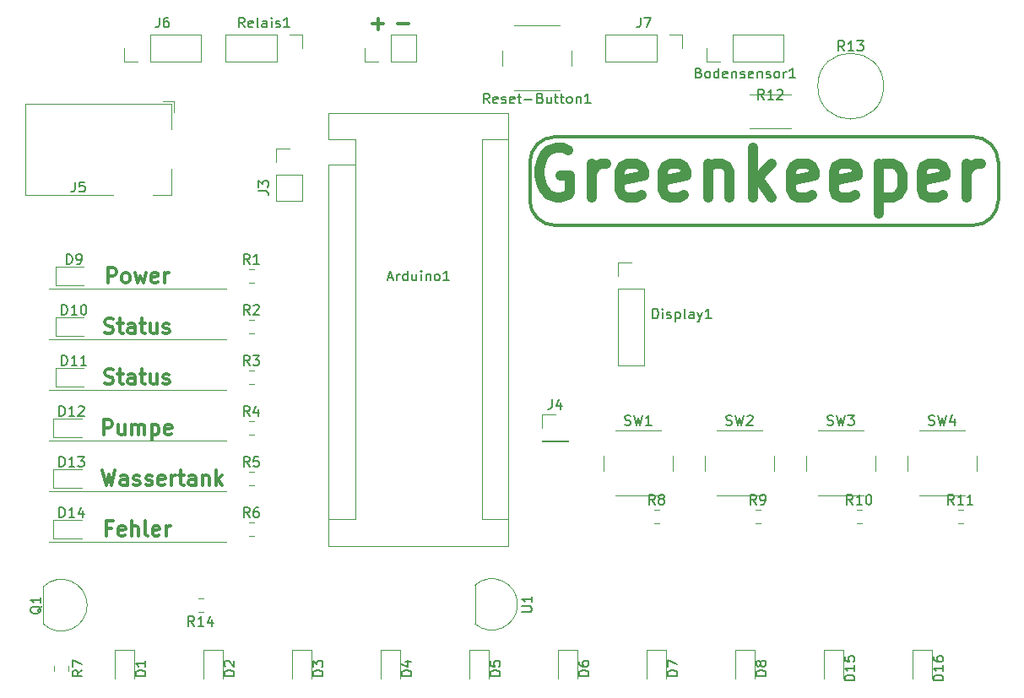
<source format=gbr>
G04 #@! TF.GenerationSoftware,KiCad,Pcbnew,(5.1.5)-3*
G04 #@! TF.CreationDate,2020-01-31T15:08:37+01:00*
G04 #@! TF.ProjectId,Greenkeeper,47726565-6e6b-4656-9570-65722e6b6963,1.0*
G04 #@! TF.SameCoordinates,Original*
G04 #@! TF.FileFunction,Legend,Top*
G04 #@! TF.FilePolarity,Positive*
%FSLAX46Y46*%
G04 Gerber Fmt 4.6, Leading zero omitted, Abs format (unit mm)*
G04 Created by KiCad (PCBNEW (5.1.5)-3) date 2020-01-31 15:08:37*
%MOMM*%
%LPD*%
G04 APERTURE LIST*
%ADD10C,0.300000*%
%ADD11C,0.120000*%
%ADD12C,1.000000*%
%ADD13C,0.150000*%
G04 APERTURE END LIST*
D10*
X139128571Y-57257142D02*
X140271428Y-57257142D01*
X136588571Y-57257142D02*
X137731428Y-57257142D01*
X137160000Y-57828571D02*
X137160000Y-56685714D01*
D11*
X104140000Y-109220000D02*
X121920000Y-109220000D01*
X104140000Y-104140000D02*
X121920000Y-104140000D01*
X104140000Y-99060000D02*
X121920000Y-99060000D01*
X104140000Y-93980000D02*
X121920000Y-93980000D01*
X104140000Y-88900000D02*
X121920000Y-88900000D01*
X104140000Y-83820000D02*
X121920000Y-83820000D01*
D10*
X110422857Y-107842857D02*
X109922857Y-107842857D01*
X109922857Y-108628571D02*
X109922857Y-107128571D01*
X110637142Y-107128571D01*
X111780000Y-108557142D02*
X111637142Y-108628571D01*
X111351428Y-108628571D01*
X111208571Y-108557142D01*
X111137142Y-108414285D01*
X111137142Y-107842857D01*
X111208571Y-107700000D01*
X111351428Y-107628571D01*
X111637142Y-107628571D01*
X111780000Y-107700000D01*
X111851428Y-107842857D01*
X111851428Y-107985714D01*
X111137142Y-108128571D01*
X112494285Y-108628571D02*
X112494285Y-107128571D01*
X113137142Y-108628571D02*
X113137142Y-107842857D01*
X113065714Y-107700000D01*
X112922857Y-107628571D01*
X112708571Y-107628571D01*
X112565714Y-107700000D01*
X112494285Y-107771428D01*
X114065714Y-108628571D02*
X113922857Y-108557142D01*
X113851428Y-108414285D01*
X113851428Y-107128571D01*
X115208571Y-108557142D02*
X115065714Y-108628571D01*
X114780000Y-108628571D01*
X114637142Y-108557142D01*
X114565714Y-108414285D01*
X114565714Y-107842857D01*
X114637142Y-107700000D01*
X114780000Y-107628571D01*
X115065714Y-107628571D01*
X115208571Y-107700000D01*
X115280000Y-107842857D01*
X115280000Y-107985714D01*
X114565714Y-108128571D01*
X115922857Y-108628571D02*
X115922857Y-107628571D01*
X115922857Y-107914285D02*
X115994285Y-107771428D01*
X116065714Y-107700000D01*
X116208571Y-107628571D01*
X116351428Y-107628571D01*
X109534285Y-102048571D02*
X109891428Y-103548571D01*
X110177142Y-102477142D01*
X110462857Y-103548571D01*
X110820000Y-102048571D01*
X112034285Y-103548571D02*
X112034285Y-102762857D01*
X111962857Y-102620000D01*
X111820000Y-102548571D01*
X111534285Y-102548571D01*
X111391428Y-102620000D01*
X112034285Y-103477142D02*
X111891428Y-103548571D01*
X111534285Y-103548571D01*
X111391428Y-103477142D01*
X111320000Y-103334285D01*
X111320000Y-103191428D01*
X111391428Y-103048571D01*
X111534285Y-102977142D01*
X111891428Y-102977142D01*
X112034285Y-102905714D01*
X112677142Y-103477142D02*
X112820000Y-103548571D01*
X113105714Y-103548571D01*
X113248571Y-103477142D01*
X113320000Y-103334285D01*
X113320000Y-103262857D01*
X113248571Y-103120000D01*
X113105714Y-103048571D01*
X112891428Y-103048571D01*
X112748571Y-102977142D01*
X112677142Y-102834285D01*
X112677142Y-102762857D01*
X112748571Y-102620000D01*
X112891428Y-102548571D01*
X113105714Y-102548571D01*
X113248571Y-102620000D01*
X113891428Y-103477142D02*
X114034285Y-103548571D01*
X114320000Y-103548571D01*
X114462857Y-103477142D01*
X114534285Y-103334285D01*
X114534285Y-103262857D01*
X114462857Y-103120000D01*
X114320000Y-103048571D01*
X114105714Y-103048571D01*
X113962857Y-102977142D01*
X113891428Y-102834285D01*
X113891428Y-102762857D01*
X113962857Y-102620000D01*
X114105714Y-102548571D01*
X114320000Y-102548571D01*
X114462857Y-102620000D01*
X115748571Y-103477142D02*
X115605714Y-103548571D01*
X115320000Y-103548571D01*
X115177142Y-103477142D01*
X115105714Y-103334285D01*
X115105714Y-102762857D01*
X115177142Y-102620000D01*
X115320000Y-102548571D01*
X115605714Y-102548571D01*
X115748571Y-102620000D01*
X115820000Y-102762857D01*
X115820000Y-102905714D01*
X115105714Y-103048571D01*
X116462857Y-103548571D02*
X116462857Y-102548571D01*
X116462857Y-102834285D02*
X116534285Y-102691428D01*
X116605714Y-102620000D01*
X116748571Y-102548571D01*
X116891428Y-102548571D01*
X117177142Y-102548571D02*
X117748571Y-102548571D01*
X117391428Y-102048571D02*
X117391428Y-103334285D01*
X117462857Y-103477142D01*
X117605714Y-103548571D01*
X117748571Y-103548571D01*
X118891428Y-103548571D02*
X118891428Y-102762857D01*
X118820000Y-102620000D01*
X118677142Y-102548571D01*
X118391428Y-102548571D01*
X118248571Y-102620000D01*
X118891428Y-103477142D02*
X118748571Y-103548571D01*
X118391428Y-103548571D01*
X118248571Y-103477142D01*
X118177142Y-103334285D01*
X118177142Y-103191428D01*
X118248571Y-103048571D01*
X118391428Y-102977142D01*
X118748571Y-102977142D01*
X118891428Y-102905714D01*
X119605714Y-102548571D02*
X119605714Y-103548571D01*
X119605714Y-102691428D02*
X119677142Y-102620000D01*
X119820000Y-102548571D01*
X120034285Y-102548571D01*
X120177142Y-102620000D01*
X120248571Y-102762857D01*
X120248571Y-103548571D01*
X120962857Y-103548571D02*
X120962857Y-102048571D01*
X121105714Y-102977142D02*
X121534285Y-103548571D01*
X121534285Y-102548571D02*
X120962857Y-103120000D01*
X109637142Y-98468571D02*
X109637142Y-96968571D01*
X110208571Y-96968571D01*
X110351428Y-97040000D01*
X110422857Y-97111428D01*
X110494285Y-97254285D01*
X110494285Y-97468571D01*
X110422857Y-97611428D01*
X110351428Y-97682857D01*
X110208571Y-97754285D01*
X109637142Y-97754285D01*
X111780000Y-97468571D02*
X111780000Y-98468571D01*
X111137142Y-97468571D02*
X111137142Y-98254285D01*
X111208571Y-98397142D01*
X111351428Y-98468571D01*
X111565714Y-98468571D01*
X111708571Y-98397142D01*
X111780000Y-98325714D01*
X112494285Y-98468571D02*
X112494285Y-97468571D01*
X112494285Y-97611428D02*
X112565714Y-97540000D01*
X112708571Y-97468571D01*
X112922857Y-97468571D01*
X113065714Y-97540000D01*
X113137142Y-97682857D01*
X113137142Y-98468571D01*
X113137142Y-97682857D02*
X113208571Y-97540000D01*
X113351428Y-97468571D01*
X113565714Y-97468571D01*
X113708571Y-97540000D01*
X113780000Y-97682857D01*
X113780000Y-98468571D01*
X114494285Y-97468571D02*
X114494285Y-98968571D01*
X114494285Y-97540000D02*
X114637142Y-97468571D01*
X114922857Y-97468571D01*
X115065714Y-97540000D01*
X115137142Y-97611428D01*
X115208571Y-97754285D01*
X115208571Y-98182857D01*
X115137142Y-98325714D01*
X115065714Y-98397142D01*
X114922857Y-98468571D01*
X114637142Y-98468571D01*
X114494285Y-98397142D01*
X116422857Y-98397142D02*
X116280000Y-98468571D01*
X115994285Y-98468571D01*
X115851428Y-98397142D01*
X115780000Y-98254285D01*
X115780000Y-97682857D01*
X115851428Y-97540000D01*
X115994285Y-97468571D01*
X116280000Y-97468571D01*
X116422857Y-97540000D01*
X116494285Y-97682857D01*
X116494285Y-97825714D01*
X115780000Y-97968571D01*
X109780000Y-93317142D02*
X109994285Y-93388571D01*
X110351428Y-93388571D01*
X110494285Y-93317142D01*
X110565714Y-93245714D01*
X110637142Y-93102857D01*
X110637142Y-92960000D01*
X110565714Y-92817142D01*
X110494285Y-92745714D01*
X110351428Y-92674285D01*
X110065714Y-92602857D01*
X109922857Y-92531428D01*
X109851428Y-92460000D01*
X109780000Y-92317142D01*
X109780000Y-92174285D01*
X109851428Y-92031428D01*
X109922857Y-91960000D01*
X110065714Y-91888571D01*
X110422857Y-91888571D01*
X110637142Y-91960000D01*
X111065714Y-92388571D02*
X111637142Y-92388571D01*
X111280000Y-91888571D02*
X111280000Y-93174285D01*
X111351428Y-93317142D01*
X111494285Y-93388571D01*
X111637142Y-93388571D01*
X112780000Y-93388571D02*
X112780000Y-92602857D01*
X112708571Y-92460000D01*
X112565714Y-92388571D01*
X112280000Y-92388571D01*
X112137142Y-92460000D01*
X112780000Y-93317142D02*
X112637142Y-93388571D01*
X112280000Y-93388571D01*
X112137142Y-93317142D01*
X112065714Y-93174285D01*
X112065714Y-93031428D01*
X112137142Y-92888571D01*
X112280000Y-92817142D01*
X112637142Y-92817142D01*
X112780000Y-92745714D01*
X113280000Y-92388571D02*
X113851428Y-92388571D01*
X113494285Y-91888571D02*
X113494285Y-93174285D01*
X113565714Y-93317142D01*
X113708571Y-93388571D01*
X113851428Y-93388571D01*
X114994285Y-92388571D02*
X114994285Y-93388571D01*
X114351428Y-92388571D02*
X114351428Y-93174285D01*
X114422857Y-93317142D01*
X114565714Y-93388571D01*
X114780000Y-93388571D01*
X114922857Y-93317142D01*
X114994285Y-93245714D01*
X115637142Y-93317142D02*
X115780000Y-93388571D01*
X116065714Y-93388571D01*
X116208571Y-93317142D01*
X116280000Y-93174285D01*
X116280000Y-93102857D01*
X116208571Y-92960000D01*
X116065714Y-92888571D01*
X115851428Y-92888571D01*
X115708571Y-92817142D01*
X115637142Y-92674285D01*
X115637142Y-92602857D01*
X115708571Y-92460000D01*
X115851428Y-92388571D01*
X116065714Y-92388571D01*
X116208571Y-92460000D01*
X152400000Y-71120000D02*
X152400000Y-74930000D01*
X154940000Y-77470000D02*
G75*
G02X152400000Y-74930000I0J2540000D01*
G01*
X152400000Y-71120000D02*
G75*
G02X154940000Y-68580000I2540000J0D01*
G01*
X196850000Y-77470000D02*
X154940000Y-77470000D01*
X196850000Y-68580000D02*
X154940000Y-68580000D01*
X199390000Y-74930000D02*
X199390000Y-71120000D01*
X199390000Y-74930000D02*
G75*
G02X196850000Y-77470000I-2540000J0D01*
G01*
X196850000Y-68580000D02*
G75*
G02X199390000Y-71120000I0J-2540000D01*
G01*
D12*
X156212380Y-69890000D02*
X155736190Y-69651904D01*
X155021904Y-69651904D01*
X154307619Y-69890000D01*
X153831428Y-70366190D01*
X153593333Y-70842380D01*
X153355238Y-71794761D01*
X153355238Y-72509047D01*
X153593333Y-73461428D01*
X153831428Y-73937619D01*
X154307619Y-74413809D01*
X155021904Y-74651904D01*
X155498095Y-74651904D01*
X156212380Y-74413809D01*
X156450476Y-74175714D01*
X156450476Y-72509047D01*
X155498095Y-72509047D01*
X158593333Y-74651904D02*
X158593333Y-71318571D01*
X158593333Y-72270952D02*
X158831428Y-71794761D01*
X159069523Y-71556666D01*
X159545714Y-71318571D01*
X160021904Y-71318571D01*
X163593333Y-74413809D02*
X163117142Y-74651904D01*
X162164761Y-74651904D01*
X161688571Y-74413809D01*
X161450476Y-73937619D01*
X161450476Y-72032857D01*
X161688571Y-71556666D01*
X162164761Y-71318571D01*
X163117142Y-71318571D01*
X163593333Y-71556666D01*
X163831428Y-72032857D01*
X163831428Y-72509047D01*
X161450476Y-72985238D01*
X167879047Y-74413809D02*
X167402857Y-74651904D01*
X166450476Y-74651904D01*
X165974285Y-74413809D01*
X165736190Y-73937619D01*
X165736190Y-72032857D01*
X165974285Y-71556666D01*
X166450476Y-71318571D01*
X167402857Y-71318571D01*
X167879047Y-71556666D01*
X168117142Y-72032857D01*
X168117142Y-72509047D01*
X165736190Y-72985238D01*
X170260000Y-71318571D02*
X170260000Y-74651904D01*
X170260000Y-71794761D02*
X170498095Y-71556666D01*
X170974285Y-71318571D01*
X171688571Y-71318571D01*
X172164761Y-71556666D01*
X172402857Y-72032857D01*
X172402857Y-74651904D01*
X174783809Y-74651904D02*
X174783809Y-69651904D01*
X175260000Y-72747142D02*
X176688571Y-74651904D01*
X176688571Y-71318571D02*
X174783809Y-73223333D01*
X180736190Y-74413809D02*
X180260000Y-74651904D01*
X179307619Y-74651904D01*
X178831428Y-74413809D01*
X178593333Y-73937619D01*
X178593333Y-72032857D01*
X178831428Y-71556666D01*
X179307619Y-71318571D01*
X180260000Y-71318571D01*
X180736190Y-71556666D01*
X180974285Y-72032857D01*
X180974285Y-72509047D01*
X178593333Y-72985238D01*
X185021904Y-74413809D02*
X184545714Y-74651904D01*
X183593333Y-74651904D01*
X183117142Y-74413809D01*
X182879047Y-73937619D01*
X182879047Y-72032857D01*
X183117142Y-71556666D01*
X183593333Y-71318571D01*
X184545714Y-71318571D01*
X185021904Y-71556666D01*
X185260000Y-72032857D01*
X185260000Y-72509047D01*
X182879047Y-72985238D01*
X187402857Y-71318571D02*
X187402857Y-76318571D01*
X187402857Y-71556666D02*
X187879047Y-71318571D01*
X188831428Y-71318571D01*
X189307619Y-71556666D01*
X189545714Y-71794761D01*
X189783809Y-72270952D01*
X189783809Y-73699523D01*
X189545714Y-74175714D01*
X189307619Y-74413809D01*
X188831428Y-74651904D01*
X187879047Y-74651904D01*
X187402857Y-74413809D01*
X193831428Y-74413809D02*
X193355238Y-74651904D01*
X192402857Y-74651904D01*
X191926666Y-74413809D01*
X191688571Y-73937619D01*
X191688571Y-72032857D01*
X191926666Y-71556666D01*
X192402857Y-71318571D01*
X193355238Y-71318571D01*
X193831428Y-71556666D01*
X194069523Y-72032857D01*
X194069523Y-72509047D01*
X191688571Y-72985238D01*
X196212380Y-74651904D02*
X196212380Y-71318571D01*
X196212380Y-72270952D02*
X196450476Y-71794761D01*
X196688571Y-71556666D01*
X197164761Y-71318571D01*
X197640952Y-71318571D01*
D10*
X109780000Y-88237142D02*
X109994285Y-88308571D01*
X110351428Y-88308571D01*
X110494285Y-88237142D01*
X110565714Y-88165714D01*
X110637142Y-88022857D01*
X110637142Y-87880000D01*
X110565714Y-87737142D01*
X110494285Y-87665714D01*
X110351428Y-87594285D01*
X110065714Y-87522857D01*
X109922857Y-87451428D01*
X109851428Y-87380000D01*
X109780000Y-87237142D01*
X109780000Y-87094285D01*
X109851428Y-86951428D01*
X109922857Y-86880000D01*
X110065714Y-86808571D01*
X110422857Y-86808571D01*
X110637142Y-86880000D01*
X111065714Y-87308571D02*
X111637142Y-87308571D01*
X111280000Y-86808571D02*
X111280000Y-88094285D01*
X111351428Y-88237142D01*
X111494285Y-88308571D01*
X111637142Y-88308571D01*
X112780000Y-88308571D02*
X112780000Y-87522857D01*
X112708571Y-87380000D01*
X112565714Y-87308571D01*
X112280000Y-87308571D01*
X112137142Y-87380000D01*
X112780000Y-88237142D02*
X112637142Y-88308571D01*
X112280000Y-88308571D01*
X112137142Y-88237142D01*
X112065714Y-88094285D01*
X112065714Y-87951428D01*
X112137142Y-87808571D01*
X112280000Y-87737142D01*
X112637142Y-87737142D01*
X112780000Y-87665714D01*
X113280000Y-87308571D02*
X113851428Y-87308571D01*
X113494285Y-86808571D02*
X113494285Y-88094285D01*
X113565714Y-88237142D01*
X113708571Y-88308571D01*
X113851428Y-88308571D01*
X114994285Y-87308571D02*
X114994285Y-88308571D01*
X114351428Y-87308571D02*
X114351428Y-88094285D01*
X114422857Y-88237142D01*
X114565714Y-88308571D01*
X114780000Y-88308571D01*
X114922857Y-88237142D01*
X114994285Y-88165714D01*
X115637142Y-88237142D02*
X115780000Y-88308571D01*
X116065714Y-88308571D01*
X116208571Y-88237142D01*
X116280000Y-88094285D01*
X116280000Y-88022857D01*
X116208571Y-87880000D01*
X116065714Y-87808571D01*
X115851428Y-87808571D01*
X115708571Y-87737142D01*
X115637142Y-87594285D01*
X115637142Y-87522857D01*
X115708571Y-87380000D01*
X115851428Y-87308571D01*
X116065714Y-87308571D01*
X116208571Y-87380000D01*
X110065714Y-83228571D02*
X110065714Y-81728571D01*
X110637142Y-81728571D01*
X110780000Y-81800000D01*
X110851428Y-81871428D01*
X110922857Y-82014285D01*
X110922857Y-82228571D01*
X110851428Y-82371428D01*
X110780000Y-82442857D01*
X110637142Y-82514285D01*
X110065714Y-82514285D01*
X111780000Y-83228571D02*
X111637142Y-83157142D01*
X111565714Y-83085714D01*
X111494285Y-82942857D01*
X111494285Y-82514285D01*
X111565714Y-82371428D01*
X111637142Y-82300000D01*
X111780000Y-82228571D01*
X111994285Y-82228571D01*
X112137142Y-82300000D01*
X112208571Y-82371428D01*
X112280000Y-82514285D01*
X112280000Y-82942857D01*
X112208571Y-83085714D01*
X112137142Y-83157142D01*
X111994285Y-83228571D01*
X111780000Y-83228571D01*
X112780000Y-82228571D02*
X113065714Y-83228571D01*
X113351428Y-82514285D01*
X113637142Y-83228571D01*
X113922857Y-82228571D01*
X115065714Y-83157142D02*
X114922857Y-83228571D01*
X114637142Y-83228571D01*
X114494285Y-83157142D01*
X114422857Y-83014285D01*
X114422857Y-82442857D01*
X114494285Y-82300000D01*
X114637142Y-82228571D01*
X114922857Y-82228571D01*
X115065714Y-82300000D01*
X115137142Y-82442857D01*
X115137142Y-82585714D01*
X114422857Y-82728571D01*
X115780000Y-83228571D02*
X115780000Y-82228571D01*
X115780000Y-82514285D02*
X115851428Y-82371428D01*
X115922857Y-82300000D01*
X116065714Y-82228571D01*
X116208571Y-82228571D01*
D11*
X174477936Y-67750000D02*
X178582064Y-67750000D01*
X174477936Y-64330000D02*
X178582064Y-64330000D01*
X187881515Y-63500000D02*
G75*
G03X187881515Y-63500000I-3301515J0D01*
G01*
X116670000Y-66100000D02*
X116670000Y-65050000D01*
X115620000Y-65050000D02*
X116670000Y-65050000D01*
X110570000Y-74450000D02*
X101770000Y-74450000D01*
X101770000Y-74450000D02*
X101770000Y-65250000D01*
X116470000Y-71750000D02*
X116470000Y-74450000D01*
X116470000Y-74450000D02*
X114570000Y-74450000D01*
X101770000Y-65250000D02*
X116470000Y-65250000D01*
X116470000Y-65250000D02*
X116470000Y-67850000D01*
X119641252Y-114860000D02*
X119118748Y-114860000D01*
X119641252Y-116280000D02*
X119118748Y-116280000D01*
X134905001Y-71395001D02*
X134905001Y-68855001D01*
X134905001Y-68855001D02*
X132235001Y-68855001D01*
X132235001Y-71395001D02*
X132235001Y-109625001D01*
X132235001Y-66185001D02*
X132235001Y-68855001D01*
X147605001Y-68855001D02*
X150275001Y-68855001D01*
X147605001Y-68855001D02*
X147605001Y-106955001D01*
X147605001Y-106955001D02*
X150275001Y-106955001D01*
X134905001Y-71395001D02*
X132235001Y-71395001D01*
X134905001Y-71395001D02*
X134905001Y-106955001D01*
X134905001Y-106955001D02*
X132235001Y-106955001D01*
X132235001Y-109625001D02*
X150275001Y-109625001D01*
X150275001Y-109625001D02*
X150275001Y-66185001D01*
X150275001Y-66185001D02*
X132235001Y-66185001D01*
X130500000Y-122920000D02*
X130500000Y-120060000D01*
X130500000Y-120060000D02*
X128580000Y-120060000D01*
X128580000Y-120060000D02*
X128580000Y-122920000D01*
X137470000Y-120060000D02*
X137470000Y-122920000D01*
X139390000Y-120060000D02*
X137470000Y-120060000D01*
X139390000Y-122920000D02*
X139390000Y-120060000D01*
X146360000Y-120060000D02*
X146360000Y-122920000D01*
X148280000Y-120060000D02*
X146360000Y-120060000D01*
X148280000Y-122920000D02*
X148280000Y-120060000D01*
X157170000Y-122920000D02*
X157170000Y-120060000D01*
X157170000Y-120060000D02*
X155250000Y-120060000D01*
X155250000Y-120060000D02*
X155250000Y-122920000D01*
X164140000Y-120060000D02*
X164140000Y-122920000D01*
X166060000Y-120060000D02*
X164140000Y-120060000D01*
X166060000Y-122920000D02*
X166060000Y-120060000D01*
X174950000Y-122920000D02*
X174950000Y-120060000D01*
X174950000Y-120060000D02*
X173030000Y-120060000D01*
X173030000Y-120060000D02*
X173030000Y-122920000D01*
X107680000Y-81590000D02*
X104820000Y-81590000D01*
X104820000Y-81590000D02*
X104820000Y-83510000D01*
X104820000Y-83510000D02*
X107680000Y-83510000D01*
X104820000Y-88590000D02*
X107680000Y-88590000D01*
X104820000Y-86670000D02*
X104820000Y-88590000D01*
X107680000Y-86670000D02*
X104820000Y-86670000D01*
X107680000Y-91750000D02*
X104820000Y-91750000D01*
X104820000Y-91750000D02*
X104820000Y-93670000D01*
X104820000Y-93670000D02*
X107680000Y-93670000D01*
X104575000Y-98750000D02*
X107435000Y-98750000D01*
X104575000Y-96830000D02*
X104575000Y-98750000D01*
X107435000Y-96830000D02*
X104575000Y-96830000D01*
X107435000Y-101910000D02*
X104575000Y-101910000D01*
X104575000Y-101910000D02*
X104575000Y-103830000D01*
X104575000Y-103830000D02*
X107435000Y-103830000D01*
X104575000Y-108910000D02*
X107435000Y-108910000D01*
X104575000Y-106990000D02*
X104575000Y-108910000D01*
X107435000Y-106990000D02*
X104575000Y-106990000D01*
X161230000Y-91500000D02*
X163890000Y-91500000D01*
X161230000Y-83820000D02*
X161230000Y-91500000D01*
X163890000Y-83820000D02*
X163890000Y-91500000D01*
X161230000Y-83820000D02*
X163890000Y-83820000D01*
X161230000Y-82550000D02*
X161230000Y-81220000D01*
X161230000Y-81220000D02*
X162560000Y-81220000D01*
X126940000Y-74990000D02*
X129600000Y-74990000D01*
X126940000Y-72390000D02*
X126940000Y-74990000D01*
X129600000Y-72390000D02*
X129600000Y-74990000D01*
X126940000Y-72390000D02*
X129600000Y-72390000D01*
X126940000Y-71120000D02*
X126940000Y-69790000D01*
X126940000Y-69790000D02*
X128270000Y-69790000D01*
X124198748Y-83260000D02*
X124721252Y-83260000D01*
X124198748Y-81840000D02*
X124721252Y-81840000D01*
X124198748Y-86920000D02*
X124721252Y-86920000D01*
X124198748Y-88340000D02*
X124721252Y-88340000D01*
X124198748Y-93420000D02*
X124721252Y-93420000D01*
X124198748Y-92000000D02*
X124721252Y-92000000D01*
X124198748Y-97080000D02*
X124721252Y-97080000D01*
X124198748Y-98500000D02*
X124721252Y-98500000D01*
X124198748Y-103580000D02*
X124721252Y-103580000D01*
X124198748Y-102160000D02*
X124721252Y-102160000D01*
X124198748Y-107240000D02*
X124721252Y-107240000D01*
X124198748Y-108660000D02*
X124721252Y-108660000D01*
X164838748Y-107390000D02*
X165361252Y-107390000D01*
X164838748Y-105970000D02*
X165361252Y-105970000D01*
X174998748Y-105970000D02*
X175521252Y-105970000D01*
X174998748Y-107390000D02*
X175521252Y-107390000D01*
X185158748Y-107390000D02*
X185681252Y-107390000D01*
X185158748Y-105970000D02*
X185681252Y-105970000D01*
X195318748Y-105970000D02*
X195841252Y-105970000D01*
X195318748Y-107390000D02*
X195841252Y-107390000D01*
X121860000Y-58360000D02*
X121860000Y-61020000D01*
X127000000Y-58360000D02*
X121860000Y-58360000D01*
X127000000Y-61020000D02*
X121860000Y-61020000D01*
X127000000Y-58360000D02*
X127000000Y-61020000D01*
X128270000Y-58360000D02*
X129600000Y-58360000D01*
X129600000Y-58360000D02*
X129600000Y-59690000D01*
X150860000Y-63920000D02*
X155360000Y-63920000D01*
X149610000Y-59920000D02*
X149610000Y-61420000D01*
X155360000Y-57420000D02*
X150860000Y-57420000D01*
X156610000Y-61420000D02*
X156610000Y-59920000D01*
X161020000Y-104560000D02*
X165520000Y-104560000D01*
X159770000Y-100560000D02*
X159770000Y-102060000D01*
X165520000Y-98060000D02*
X161020000Y-98060000D01*
X166770000Y-102060000D02*
X166770000Y-100560000D01*
X176930000Y-102060000D02*
X176930000Y-100560000D01*
X175680000Y-98060000D02*
X171180000Y-98060000D01*
X169930000Y-100560000D02*
X169930000Y-102060000D01*
X171180000Y-104560000D02*
X175680000Y-104560000D01*
X187090000Y-102060000D02*
X187090000Y-100560000D01*
X185840000Y-98060000D02*
X181340000Y-98060000D01*
X180090000Y-100560000D02*
X180090000Y-102060000D01*
X181340000Y-104560000D02*
X185840000Y-104560000D01*
X191500000Y-104560000D02*
X196000000Y-104560000D01*
X190250000Y-100560000D02*
X190250000Y-102060000D01*
X196000000Y-98060000D02*
X191500000Y-98060000D01*
X197250000Y-102060000D02*
X197250000Y-100560000D01*
X112720000Y-122920000D02*
X112720000Y-120060000D01*
X112720000Y-120060000D02*
X110800000Y-120060000D01*
X110800000Y-120060000D02*
X110800000Y-122920000D01*
X119690000Y-120060000D02*
X119690000Y-122920000D01*
X121610000Y-120060000D02*
X119690000Y-120060000D01*
X121610000Y-122920000D02*
X121610000Y-120060000D01*
X181920000Y-120060000D02*
X181920000Y-122920000D01*
X183840000Y-120060000D02*
X181920000Y-120060000D01*
X183840000Y-122920000D02*
X183840000Y-120060000D01*
X192730000Y-122920000D02*
X192730000Y-120060000D01*
X192730000Y-120060000D02*
X190810000Y-120060000D01*
X190810000Y-120060000D02*
X190810000Y-122920000D01*
X103560000Y-113770000D02*
X103560000Y-117370000D01*
X103571522Y-113731522D02*
G75*
G02X108010000Y-115570000I1838478J-1838478D01*
G01*
X103571522Y-117408478D02*
G75*
G03X108010000Y-115570000I1838478J1838478D01*
G01*
X106120000Y-121658748D02*
X106120000Y-122181252D01*
X104700000Y-121658748D02*
X104700000Y-122181252D01*
X177860000Y-61020000D02*
X177860000Y-58360000D01*
X172720000Y-61020000D02*
X177860000Y-61020000D01*
X172720000Y-58360000D02*
X177860000Y-58360000D01*
X172720000Y-61020000D02*
X172720000Y-58360000D01*
X171450000Y-61020000D02*
X170120000Y-61020000D01*
X170120000Y-61020000D02*
X170120000Y-59690000D01*
X141030000Y-61020000D02*
X141030000Y-58360000D01*
X138430000Y-61020000D02*
X141030000Y-61020000D01*
X138430000Y-58360000D02*
X141030000Y-58360000D01*
X138430000Y-61020000D02*
X138430000Y-58360000D01*
X137160000Y-61020000D02*
X135830000Y-61020000D01*
X135830000Y-61020000D02*
X135830000Y-59690000D01*
X146890000Y-113550000D02*
X146890000Y-117400000D01*
X146899878Y-117438611D02*
G75*
G03X146890000Y-113550000I1690122J1948611D01*
G01*
X153610000Y-99120000D02*
X156270000Y-99120000D01*
X153610000Y-99060000D02*
X153610000Y-99120000D01*
X156270000Y-99060000D02*
X156270000Y-99120000D01*
X153610000Y-99060000D02*
X156270000Y-99060000D01*
X153610000Y-97790000D02*
X153610000Y-96460000D01*
X153610000Y-96460000D02*
X154940000Y-96460000D01*
X119440000Y-61020000D02*
X119440000Y-58360000D01*
X114300000Y-61020000D02*
X119440000Y-61020000D01*
X114300000Y-58360000D02*
X119440000Y-58360000D01*
X114300000Y-61020000D02*
X114300000Y-58360000D01*
X113030000Y-61020000D02*
X111700000Y-61020000D01*
X111700000Y-61020000D02*
X111700000Y-59690000D01*
X167700000Y-58360000D02*
X167700000Y-59690000D01*
X166370000Y-58360000D02*
X167700000Y-58360000D01*
X165100000Y-58360000D02*
X165100000Y-61020000D01*
X165100000Y-61020000D02*
X159960000Y-61020000D01*
X165100000Y-58360000D02*
X159960000Y-58360000D01*
X159960000Y-58360000D02*
X159960000Y-61020000D01*
D13*
X175887142Y-64842380D02*
X175553809Y-64366190D01*
X175315714Y-64842380D02*
X175315714Y-63842380D01*
X175696666Y-63842380D01*
X175791904Y-63890000D01*
X175839523Y-63937619D01*
X175887142Y-64032857D01*
X175887142Y-64175714D01*
X175839523Y-64270952D01*
X175791904Y-64318571D01*
X175696666Y-64366190D01*
X175315714Y-64366190D01*
X176839523Y-64842380D02*
X176268095Y-64842380D01*
X176553809Y-64842380D02*
X176553809Y-63842380D01*
X176458571Y-63985238D01*
X176363333Y-64080476D01*
X176268095Y-64128095D01*
X177220476Y-63937619D02*
X177268095Y-63890000D01*
X177363333Y-63842380D01*
X177601428Y-63842380D01*
X177696666Y-63890000D01*
X177744285Y-63937619D01*
X177791904Y-64032857D01*
X177791904Y-64128095D01*
X177744285Y-64270952D01*
X177172857Y-64842380D01*
X177791904Y-64842380D01*
X183937142Y-59952380D02*
X183603809Y-59476190D01*
X183365714Y-59952380D02*
X183365714Y-58952380D01*
X183746666Y-58952380D01*
X183841904Y-59000000D01*
X183889523Y-59047619D01*
X183937142Y-59142857D01*
X183937142Y-59285714D01*
X183889523Y-59380952D01*
X183841904Y-59428571D01*
X183746666Y-59476190D01*
X183365714Y-59476190D01*
X184889523Y-59952380D02*
X184318095Y-59952380D01*
X184603809Y-59952380D02*
X184603809Y-58952380D01*
X184508571Y-59095238D01*
X184413333Y-59190476D01*
X184318095Y-59238095D01*
X185222857Y-58952380D02*
X185841904Y-58952380D01*
X185508571Y-59333333D01*
X185651428Y-59333333D01*
X185746666Y-59380952D01*
X185794285Y-59428571D01*
X185841904Y-59523809D01*
X185841904Y-59761904D01*
X185794285Y-59857142D01*
X185746666Y-59904761D01*
X185651428Y-59952380D01*
X185365714Y-59952380D01*
X185270476Y-59904761D01*
X185222857Y-59857142D01*
X106786666Y-73112380D02*
X106786666Y-73826666D01*
X106739047Y-73969523D01*
X106643809Y-74064761D01*
X106500952Y-74112380D01*
X106405714Y-74112380D01*
X107739047Y-73112380D02*
X107262857Y-73112380D01*
X107215238Y-73588571D01*
X107262857Y-73540952D01*
X107358095Y-73493333D01*
X107596190Y-73493333D01*
X107691428Y-73540952D01*
X107739047Y-73588571D01*
X107786666Y-73683809D01*
X107786666Y-73921904D01*
X107739047Y-74017142D01*
X107691428Y-74064761D01*
X107596190Y-74112380D01*
X107358095Y-74112380D01*
X107262857Y-74064761D01*
X107215238Y-74017142D01*
X118737142Y-117672380D02*
X118403809Y-117196190D01*
X118165714Y-117672380D02*
X118165714Y-116672380D01*
X118546666Y-116672380D01*
X118641904Y-116720000D01*
X118689523Y-116767619D01*
X118737142Y-116862857D01*
X118737142Y-117005714D01*
X118689523Y-117100952D01*
X118641904Y-117148571D01*
X118546666Y-117196190D01*
X118165714Y-117196190D01*
X119689523Y-117672380D02*
X119118095Y-117672380D01*
X119403809Y-117672380D02*
X119403809Y-116672380D01*
X119308571Y-116815238D01*
X119213333Y-116910476D01*
X119118095Y-116958095D01*
X120546666Y-117005714D02*
X120546666Y-117672380D01*
X120308571Y-116624761D02*
X120070476Y-117339047D01*
X120689523Y-117339047D01*
X138183572Y-82716666D02*
X138659762Y-82716666D01*
X138088334Y-83002380D02*
X138421667Y-82002380D01*
X138755001Y-83002380D01*
X139088334Y-83002380D02*
X139088334Y-82335714D01*
X139088334Y-82526190D02*
X139135953Y-82430952D01*
X139183572Y-82383333D01*
X139278810Y-82335714D01*
X139374048Y-82335714D01*
X140135953Y-83002380D02*
X140135953Y-82002380D01*
X140135953Y-82954761D02*
X140040715Y-83002380D01*
X139850239Y-83002380D01*
X139755001Y-82954761D01*
X139707381Y-82907142D01*
X139659762Y-82811904D01*
X139659762Y-82526190D01*
X139707381Y-82430952D01*
X139755001Y-82383333D01*
X139850239Y-82335714D01*
X140040715Y-82335714D01*
X140135953Y-82383333D01*
X141040715Y-82335714D02*
X141040715Y-83002380D01*
X140612143Y-82335714D02*
X140612143Y-82859523D01*
X140659762Y-82954761D01*
X140755001Y-83002380D01*
X140897858Y-83002380D01*
X140993096Y-82954761D01*
X141040715Y-82907142D01*
X141516905Y-83002380D02*
X141516905Y-82335714D01*
X141516905Y-82002380D02*
X141469286Y-82050000D01*
X141516905Y-82097619D01*
X141564524Y-82050000D01*
X141516905Y-82002380D01*
X141516905Y-82097619D01*
X141993096Y-82335714D02*
X141993096Y-83002380D01*
X141993096Y-82430952D02*
X142040715Y-82383333D01*
X142135953Y-82335714D01*
X142278810Y-82335714D01*
X142374048Y-82383333D01*
X142421667Y-82478571D01*
X142421667Y-83002380D01*
X143040715Y-83002380D02*
X142945477Y-82954761D01*
X142897858Y-82907142D01*
X142850239Y-82811904D01*
X142850239Y-82526190D01*
X142897858Y-82430952D01*
X142945477Y-82383333D01*
X143040715Y-82335714D01*
X143183572Y-82335714D01*
X143278810Y-82383333D01*
X143326429Y-82430952D01*
X143374048Y-82526190D01*
X143374048Y-82811904D01*
X143326429Y-82907142D01*
X143278810Y-82954761D01*
X143183572Y-83002380D01*
X143040715Y-83002380D01*
X144326429Y-83002380D02*
X143755001Y-83002380D01*
X144040715Y-83002380D02*
X144040715Y-82002380D01*
X143945477Y-82145238D01*
X143850239Y-82240476D01*
X143755001Y-82288095D01*
X131642380Y-122658095D02*
X130642380Y-122658095D01*
X130642380Y-122420000D01*
X130690000Y-122277142D01*
X130785238Y-122181904D01*
X130880476Y-122134285D01*
X131070952Y-122086666D01*
X131213809Y-122086666D01*
X131404285Y-122134285D01*
X131499523Y-122181904D01*
X131594761Y-122277142D01*
X131642380Y-122420000D01*
X131642380Y-122658095D01*
X130642380Y-121753333D02*
X130642380Y-121134285D01*
X131023333Y-121467619D01*
X131023333Y-121324761D01*
X131070952Y-121229523D01*
X131118571Y-121181904D01*
X131213809Y-121134285D01*
X131451904Y-121134285D01*
X131547142Y-121181904D01*
X131594761Y-121229523D01*
X131642380Y-121324761D01*
X131642380Y-121610476D01*
X131594761Y-121705714D01*
X131547142Y-121753333D01*
X140532380Y-122658095D02*
X139532380Y-122658095D01*
X139532380Y-122420000D01*
X139580000Y-122277142D01*
X139675238Y-122181904D01*
X139770476Y-122134285D01*
X139960952Y-122086666D01*
X140103809Y-122086666D01*
X140294285Y-122134285D01*
X140389523Y-122181904D01*
X140484761Y-122277142D01*
X140532380Y-122420000D01*
X140532380Y-122658095D01*
X139865714Y-121229523D02*
X140532380Y-121229523D01*
X139484761Y-121467619D02*
X140199047Y-121705714D01*
X140199047Y-121086666D01*
X149422380Y-122658095D02*
X148422380Y-122658095D01*
X148422380Y-122420000D01*
X148470000Y-122277142D01*
X148565238Y-122181904D01*
X148660476Y-122134285D01*
X148850952Y-122086666D01*
X148993809Y-122086666D01*
X149184285Y-122134285D01*
X149279523Y-122181904D01*
X149374761Y-122277142D01*
X149422380Y-122420000D01*
X149422380Y-122658095D01*
X148422380Y-121181904D02*
X148422380Y-121658095D01*
X148898571Y-121705714D01*
X148850952Y-121658095D01*
X148803333Y-121562857D01*
X148803333Y-121324761D01*
X148850952Y-121229523D01*
X148898571Y-121181904D01*
X148993809Y-121134285D01*
X149231904Y-121134285D01*
X149327142Y-121181904D01*
X149374761Y-121229523D01*
X149422380Y-121324761D01*
X149422380Y-121562857D01*
X149374761Y-121658095D01*
X149327142Y-121705714D01*
X158312380Y-122658095D02*
X157312380Y-122658095D01*
X157312380Y-122420000D01*
X157360000Y-122277142D01*
X157455238Y-122181904D01*
X157550476Y-122134285D01*
X157740952Y-122086666D01*
X157883809Y-122086666D01*
X158074285Y-122134285D01*
X158169523Y-122181904D01*
X158264761Y-122277142D01*
X158312380Y-122420000D01*
X158312380Y-122658095D01*
X157312380Y-121229523D02*
X157312380Y-121420000D01*
X157360000Y-121515238D01*
X157407619Y-121562857D01*
X157550476Y-121658095D01*
X157740952Y-121705714D01*
X158121904Y-121705714D01*
X158217142Y-121658095D01*
X158264761Y-121610476D01*
X158312380Y-121515238D01*
X158312380Y-121324761D01*
X158264761Y-121229523D01*
X158217142Y-121181904D01*
X158121904Y-121134285D01*
X157883809Y-121134285D01*
X157788571Y-121181904D01*
X157740952Y-121229523D01*
X157693333Y-121324761D01*
X157693333Y-121515238D01*
X157740952Y-121610476D01*
X157788571Y-121658095D01*
X157883809Y-121705714D01*
X167202380Y-122658095D02*
X166202380Y-122658095D01*
X166202380Y-122420000D01*
X166250000Y-122277142D01*
X166345238Y-122181904D01*
X166440476Y-122134285D01*
X166630952Y-122086666D01*
X166773809Y-122086666D01*
X166964285Y-122134285D01*
X167059523Y-122181904D01*
X167154761Y-122277142D01*
X167202380Y-122420000D01*
X167202380Y-122658095D01*
X166202380Y-121753333D02*
X166202380Y-121086666D01*
X167202380Y-121515238D01*
X176092380Y-122658095D02*
X175092380Y-122658095D01*
X175092380Y-122420000D01*
X175140000Y-122277142D01*
X175235238Y-122181904D01*
X175330476Y-122134285D01*
X175520952Y-122086666D01*
X175663809Y-122086666D01*
X175854285Y-122134285D01*
X175949523Y-122181904D01*
X176044761Y-122277142D01*
X176092380Y-122420000D01*
X176092380Y-122658095D01*
X175520952Y-121515238D02*
X175473333Y-121610476D01*
X175425714Y-121658095D01*
X175330476Y-121705714D01*
X175282857Y-121705714D01*
X175187619Y-121658095D01*
X175140000Y-121610476D01*
X175092380Y-121515238D01*
X175092380Y-121324761D01*
X175140000Y-121229523D01*
X175187619Y-121181904D01*
X175282857Y-121134285D01*
X175330476Y-121134285D01*
X175425714Y-121181904D01*
X175473333Y-121229523D01*
X175520952Y-121324761D01*
X175520952Y-121515238D01*
X175568571Y-121610476D01*
X175616190Y-121658095D01*
X175711428Y-121705714D01*
X175901904Y-121705714D01*
X175997142Y-121658095D01*
X176044761Y-121610476D01*
X176092380Y-121515238D01*
X176092380Y-121324761D01*
X176044761Y-121229523D01*
X175997142Y-121181904D01*
X175901904Y-121134285D01*
X175711428Y-121134285D01*
X175616190Y-121181904D01*
X175568571Y-121229523D01*
X175520952Y-121324761D01*
X105941904Y-81352380D02*
X105941904Y-80352380D01*
X106180000Y-80352380D01*
X106322857Y-80400000D01*
X106418095Y-80495238D01*
X106465714Y-80590476D01*
X106513333Y-80780952D01*
X106513333Y-80923809D01*
X106465714Y-81114285D01*
X106418095Y-81209523D01*
X106322857Y-81304761D01*
X106180000Y-81352380D01*
X105941904Y-81352380D01*
X106989523Y-81352380D02*
X107180000Y-81352380D01*
X107275238Y-81304761D01*
X107322857Y-81257142D01*
X107418095Y-81114285D01*
X107465714Y-80923809D01*
X107465714Y-80542857D01*
X107418095Y-80447619D01*
X107370476Y-80400000D01*
X107275238Y-80352380D01*
X107084761Y-80352380D01*
X106989523Y-80400000D01*
X106941904Y-80447619D01*
X106894285Y-80542857D01*
X106894285Y-80780952D01*
X106941904Y-80876190D01*
X106989523Y-80923809D01*
X107084761Y-80971428D01*
X107275238Y-80971428D01*
X107370476Y-80923809D01*
X107418095Y-80876190D01*
X107465714Y-80780952D01*
X105465714Y-86432380D02*
X105465714Y-85432380D01*
X105703809Y-85432380D01*
X105846666Y-85480000D01*
X105941904Y-85575238D01*
X105989523Y-85670476D01*
X106037142Y-85860952D01*
X106037142Y-86003809D01*
X105989523Y-86194285D01*
X105941904Y-86289523D01*
X105846666Y-86384761D01*
X105703809Y-86432380D01*
X105465714Y-86432380D01*
X106989523Y-86432380D02*
X106418095Y-86432380D01*
X106703809Y-86432380D02*
X106703809Y-85432380D01*
X106608571Y-85575238D01*
X106513333Y-85670476D01*
X106418095Y-85718095D01*
X107608571Y-85432380D02*
X107703809Y-85432380D01*
X107799047Y-85480000D01*
X107846666Y-85527619D01*
X107894285Y-85622857D01*
X107941904Y-85813333D01*
X107941904Y-86051428D01*
X107894285Y-86241904D01*
X107846666Y-86337142D01*
X107799047Y-86384761D01*
X107703809Y-86432380D01*
X107608571Y-86432380D01*
X107513333Y-86384761D01*
X107465714Y-86337142D01*
X107418095Y-86241904D01*
X107370476Y-86051428D01*
X107370476Y-85813333D01*
X107418095Y-85622857D01*
X107465714Y-85527619D01*
X107513333Y-85480000D01*
X107608571Y-85432380D01*
X105465714Y-91512380D02*
X105465714Y-90512380D01*
X105703809Y-90512380D01*
X105846666Y-90560000D01*
X105941904Y-90655238D01*
X105989523Y-90750476D01*
X106037142Y-90940952D01*
X106037142Y-91083809D01*
X105989523Y-91274285D01*
X105941904Y-91369523D01*
X105846666Y-91464761D01*
X105703809Y-91512380D01*
X105465714Y-91512380D01*
X106989523Y-91512380D02*
X106418095Y-91512380D01*
X106703809Y-91512380D02*
X106703809Y-90512380D01*
X106608571Y-90655238D01*
X106513333Y-90750476D01*
X106418095Y-90798095D01*
X107941904Y-91512380D02*
X107370476Y-91512380D01*
X107656190Y-91512380D02*
X107656190Y-90512380D01*
X107560952Y-90655238D01*
X107465714Y-90750476D01*
X107370476Y-90798095D01*
X105220714Y-96592380D02*
X105220714Y-95592380D01*
X105458809Y-95592380D01*
X105601666Y-95640000D01*
X105696904Y-95735238D01*
X105744523Y-95830476D01*
X105792142Y-96020952D01*
X105792142Y-96163809D01*
X105744523Y-96354285D01*
X105696904Y-96449523D01*
X105601666Y-96544761D01*
X105458809Y-96592380D01*
X105220714Y-96592380D01*
X106744523Y-96592380D02*
X106173095Y-96592380D01*
X106458809Y-96592380D02*
X106458809Y-95592380D01*
X106363571Y-95735238D01*
X106268333Y-95830476D01*
X106173095Y-95878095D01*
X107125476Y-95687619D02*
X107173095Y-95640000D01*
X107268333Y-95592380D01*
X107506428Y-95592380D01*
X107601666Y-95640000D01*
X107649285Y-95687619D01*
X107696904Y-95782857D01*
X107696904Y-95878095D01*
X107649285Y-96020952D01*
X107077857Y-96592380D01*
X107696904Y-96592380D01*
X105220714Y-101672380D02*
X105220714Y-100672380D01*
X105458809Y-100672380D01*
X105601666Y-100720000D01*
X105696904Y-100815238D01*
X105744523Y-100910476D01*
X105792142Y-101100952D01*
X105792142Y-101243809D01*
X105744523Y-101434285D01*
X105696904Y-101529523D01*
X105601666Y-101624761D01*
X105458809Y-101672380D01*
X105220714Y-101672380D01*
X106744523Y-101672380D02*
X106173095Y-101672380D01*
X106458809Y-101672380D02*
X106458809Y-100672380D01*
X106363571Y-100815238D01*
X106268333Y-100910476D01*
X106173095Y-100958095D01*
X107077857Y-100672380D02*
X107696904Y-100672380D01*
X107363571Y-101053333D01*
X107506428Y-101053333D01*
X107601666Y-101100952D01*
X107649285Y-101148571D01*
X107696904Y-101243809D01*
X107696904Y-101481904D01*
X107649285Y-101577142D01*
X107601666Y-101624761D01*
X107506428Y-101672380D01*
X107220714Y-101672380D01*
X107125476Y-101624761D01*
X107077857Y-101577142D01*
X105220714Y-106752380D02*
X105220714Y-105752380D01*
X105458809Y-105752380D01*
X105601666Y-105800000D01*
X105696904Y-105895238D01*
X105744523Y-105990476D01*
X105792142Y-106180952D01*
X105792142Y-106323809D01*
X105744523Y-106514285D01*
X105696904Y-106609523D01*
X105601666Y-106704761D01*
X105458809Y-106752380D01*
X105220714Y-106752380D01*
X106744523Y-106752380D02*
X106173095Y-106752380D01*
X106458809Y-106752380D02*
X106458809Y-105752380D01*
X106363571Y-105895238D01*
X106268333Y-105990476D01*
X106173095Y-106038095D01*
X107601666Y-106085714D02*
X107601666Y-106752380D01*
X107363571Y-105704761D02*
X107125476Y-106419047D01*
X107744523Y-106419047D01*
X164711428Y-86812380D02*
X164711428Y-85812380D01*
X164949523Y-85812380D01*
X165092380Y-85860000D01*
X165187619Y-85955238D01*
X165235238Y-86050476D01*
X165282857Y-86240952D01*
X165282857Y-86383809D01*
X165235238Y-86574285D01*
X165187619Y-86669523D01*
X165092380Y-86764761D01*
X164949523Y-86812380D01*
X164711428Y-86812380D01*
X165711428Y-86812380D02*
X165711428Y-86145714D01*
X165711428Y-85812380D02*
X165663809Y-85860000D01*
X165711428Y-85907619D01*
X165759047Y-85860000D01*
X165711428Y-85812380D01*
X165711428Y-85907619D01*
X166140000Y-86764761D02*
X166235238Y-86812380D01*
X166425714Y-86812380D01*
X166520952Y-86764761D01*
X166568571Y-86669523D01*
X166568571Y-86621904D01*
X166520952Y-86526666D01*
X166425714Y-86479047D01*
X166282857Y-86479047D01*
X166187619Y-86431428D01*
X166140000Y-86336190D01*
X166140000Y-86288571D01*
X166187619Y-86193333D01*
X166282857Y-86145714D01*
X166425714Y-86145714D01*
X166520952Y-86193333D01*
X166997142Y-86145714D02*
X166997142Y-87145714D01*
X166997142Y-86193333D02*
X167092380Y-86145714D01*
X167282857Y-86145714D01*
X167378095Y-86193333D01*
X167425714Y-86240952D01*
X167473333Y-86336190D01*
X167473333Y-86621904D01*
X167425714Y-86717142D01*
X167378095Y-86764761D01*
X167282857Y-86812380D01*
X167092380Y-86812380D01*
X166997142Y-86764761D01*
X168044761Y-86812380D02*
X167949523Y-86764761D01*
X167901904Y-86669523D01*
X167901904Y-85812380D01*
X168854285Y-86812380D02*
X168854285Y-86288571D01*
X168806666Y-86193333D01*
X168711428Y-86145714D01*
X168520952Y-86145714D01*
X168425714Y-86193333D01*
X168854285Y-86764761D02*
X168759047Y-86812380D01*
X168520952Y-86812380D01*
X168425714Y-86764761D01*
X168378095Y-86669523D01*
X168378095Y-86574285D01*
X168425714Y-86479047D01*
X168520952Y-86431428D01*
X168759047Y-86431428D01*
X168854285Y-86383809D01*
X169235238Y-86145714D02*
X169473333Y-86812380D01*
X169711428Y-86145714D02*
X169473333Y-86812380D01*
X169378095Y-87050476D01*
X169330476Y-87098095D01*
X169235238Y-87145714D01*
X170616190Y-86812380D02*
X170044761Y-86812380D01*
X170330476Y-86812380D02*
X170330476Y-85812380D01*
X170235238Y-85955238D01*
X170140000Y-86050476D01*
X170044761Y-86098095D01*
X125182380Y-73993333D02*
X125896666Y-73993333D01*
X126039523Y-74040952D01*
X126134761Y-74136190D01*
X126182380Y-74279047D01*
X126182380Y-74374285D01*
X125182380Y-73612380D02*
X125182380Y-72993333D01*
X125563333Y-73326666D01*
X125563333Y-73183809D01*
X125610952Y-73088571D01*
X125658571Y-73040952D01*
X125753809Y-72993333D01*
X125991904Y-72993333D01*
X126087142Y-73040952D01*
X126134761Y-73088571D01*
X126182380Y-73183809D01*
X126182380Y-73469523D01*
X126134761Y-73564761D01*
X126087142Y-73612380D01*
X124293333Y-81352380D02*
X123960000Y-80876190D01*
X123721904Y-81352380D02*
X123721904Y-80352380D01*
X124102857Y-80352380D01*
X124198095Y-80400000D01*
X124245714Y-80447619D01*
X124293333Y-80542857D01*
X124293333Y-80685714D01*
X124245714Y-80780952D01*
X124198095Y-80828571D01*
X124102857Y-80876190D01*
X123721904Y-80876190D01*
X125245714Y-81352380D02*
X124674285Y-81352380D01*
X124960000Y-81352380D02*
X124960000Y-80352380D01*
X124864761Y-80495238D01*
X124769523Y-80590476D01*
X124674285Y-80638095D01*
X124293333Y-86432380D02*
X123960000Y-85956190D01*
X123721904Y-86432380D02*
X123721904Y-85432380D01*
X124102857Y-85432380D01*
X124198095Y-85480000D01*
X124245714Y-85527619D01*
X124293333Y-85622857D01*
X124293333Y-85765714D01*
X124245714Y-85860952D01*
X124198095Y-85908571D01*
X124102857Y-85956190D01*
X123721904Y-85956190D01*
X124674285Y-85527619D02*
X124721904Y-85480000D01*
X124817142Y-85432380D01*
X125055238Y-85432380D01*
X125150476Y-85480000D01*
X125198095Y-85527619D01*
X125245714Y-85622857D01*
X125245714Y-85718095D01*
X125198095Y-85860952D01*
X124626666Y-86432380D01*
X125245714Y-86432380D01*
X124293333Y-91512380D02*
X123960000Y-91036190D01*
X123721904Y-91512380D02*
X123721904Y-90512380D01*
X124102857Y-90512380D01*
X124198095Y-90560000D01*
X124245714Y-90607619D01*
X124293333Y-90702857D01*
X124293333Y-90845714D01*
X124245714Y-90940952D01*
X124198095Y-90988571D01*
X124102857Y-91036190D01*
X123721904Y-91036190D01*
X124626666Y-90512380D02*
X125245714Y-90512380D01*
X124912380Y-90893333D01*
X125055238Y-90893333D01*
X125150476Y-90940952D01*
X125198095Y-90988571D01*
X125245714Y-91083809D01*
X125245714Y-91321904D01*
X125198095Y-91417142D01*
X125150476Y-91464761D01*
X125055238Y-91512380D01*
X124769523Y-91512380D01*
X124674285Y-91464761D01*
X124626666Y-91417142D01*
X124293333Y-96592380D02*
X123960000Y-96116190D01*
X123721904Y-96592380D02*
X123721904Y-95592380D01*
X124102857Y-95592380D01*
X124198095Y-95640000D01*
X124245714Y-95687619D01*
X124293333Y-95782857D01*
X124293333Y-95925714D01*
X124245714Y-96020952D01*
X124198095Y-96068571D01*
X124102857Y-96116190D01*
X123721904Y-96116190D01*
X125150476Y-95925714D02*
X125150476Y-96592380D01*
X124912380Y-95544761D02*
X124674285Y-96259047D01*
X125293333Y-96259047D01*
X124293333Y-101672380D02*
X123960000Y-101196190D01*
X123721904Y-101672380D02*
X123721904Y-100672380D01*
X124102857Y-100672380D01*
X124198095Y-100720000D01*
X124245714Y-100767619D01*
X124293333Y-100862857D01*
X124293333Y-101005714D01*
X124245714Y-101100952D01*
X124198095Y-101148571D01*
X124102857Y-101196190D01*
X123721904Y-101196190D01*
X125198095Y-100672380D02*
X124721904Y-100672380D01*
X124674285Y-101148571D01*
X124721904Y-101100952D01*
X124817142Y-101053333D01*
X125055238Y-101053333D01*
X125150476Y-101100952D01*
X125198095Y-101148571D01*
X125245714Y-101243809D01*
X125245714Y-101481904D01*
X125198095Y-101577142D01*
X125150476Y-101624761D01*
X125055238Y-101672380D01*
X124817142Y-101672380D01*
X124721904Y-101624761D01*
X124674285Y-101577142D01*
X124293333Y-106752380D02*
X123960000Y-106276190D01*
X123721904Y-106752380D02*
X123721904Y-105752380D01*
X124102857Y-105752380D01*
X124198095Y-105800000D01*
X124245714Y-105847619D01*
X124293333Y-105942857D01*
X124293333Y-106085714D01*
X124245714Y-106180952D01*
X124198095Y-106228571D01*
X124102857Y-106276190D01*
X123721904Y-106276190D01*
X125150476Y-105752380D02*
X124960000Y-105752380D01*
X124864761Y-105800000D01*
X124817142Y-105847619D01*
X124721904Y-105990476D01*
X124674285Y-106180952D01*
X124674285Y-106561904D01*
X124721904Y-106657142D01*
X124769523Y-106704761D01*
X124864761Y-106752380D01*
X125055238Y-106752380D01*
X125150476Y-106704761D01*
X125198095Y-106657142D01*
X125245714Y-106561904D01*
X125245714Y-106323809D01*
X125198095Y-106228571D01*
X125150476Y-106180952D01*
X125055238Y-106133333D01*
X124864761Y-106133333D01*
X124769523Y-106180952D01*
X124721904Y-106228571D01*
X124674285Y-106323809D01*
X164933333Y-105482380D02*
X164600000Y-105006190D01*
X164361904Y-105482380D02*
X164361904Y-104482380D01*
X164742857Y-104482380D01*
X164838095Y-104530000D01*
X164885714Y-104577619D01*
X164933333Y-104672857D01*
X164933333Y-104815714D01*
X164885714Y-104910952D01*
X164838095Y-104958571D01*
X164742857Y-105006190D01*
X164361904Y-105006190D01*
X165504761Y-104910952D02*
X165409523Y-104863333D01*
X165361904Y-104815714D01*
X165314285Y-104720476D01*
X165314285Y-104672857D01*
X165361904Y-104577619D01*
X165409523Y-104530000D01*
X165504761Y-104482380D01*
X165695238Y-104482380D01*
X165790476Y-104530000D01*
X165838095Y-104577619D01*
X165885714Y-104672857D01*
X165885714Y-104720476D01*
X165838095Y-104815714D01*
X165790476Y-104863333D01*
X165695238Y-104910952D01*
X165504761Y-104910952D01*
X165409523Y-104958571D01*
X165361904Y-105006190D01*
X165314285Y-105101428D01*
X165314285Y-105291904D01*
X165361904Y-105387142D01*
X165409523Y-105434761D01*
X165504761Y-105482380D01*
X165695238Y-105482380D01*
X165790476Y-105434761D01*
X165838095Y-105387142D01*
X165885714Y-105291904D01*
X165885714Y-105101428D01*
X165838095Y-105006190D01*
X165790476Y-104958571D01*
X165695238Y-104910952D01*
X175093333Y-105482380D02*
X174760000Y-105006190D01*
X174521904Y-105482380D02*
X174521904Y-104482380D01*
X174902857Y-104482380D01*
X174998095Y-104530000D01*
X175045714Y-104577619D01*
X175093333Y-104672857D01*
X175093333Y-104815714D01*
X175045714Y-104910952D01*
X174998095Y-104958571D01*
X174902857Y-105006190D01*
X174521904Y-105006190D01*
X175569523Y-105482380D02*
X175760000Y-105482380D01*
X175855238Y-105434761D01*
X175902857Y-105387142D01*
X175998095Y-105244285D01*
X176045714Y-105053809D01*
X176045714Y-104672857D01*
X175998095Y-104577619D01*
X175950476Y-104530000D01*
X175855238Y-104482380D01*
X175664761Y-104482380D01*
X175569523Y-104530000D01*
X175521904Y-104577619D01*
X175474285Y-104672857D01*
X175474285Y-104910952D01*
X175521904Y-105006190D01*
X175569523Y-105053809D01*
X175664761Y-105101428D01*
X175855238Y-105101428D01*
X175950476Y-105053809D01*
X175998095Y-105006190D01*
X176045714Y-104910952D01*
X184777142Y-105482380D02*
X184443809Y-105006190D01*
X184205714Y-105482380D02*
X184205714Y-104482380D01*
X184586666Y-104482380D01*
X184681904Y-104530000D01*
X184729523Y-104577619D01*
X184777142Y-104672857D01*
X184777142Y-104815714D01*
X184729523Y-104910952D01*
X184681904Y-104958571D01*
X184586666Y-105006190D01*
X184205714Y-105006190D01*
X185729523Y-105482380D02*
X185158095Y-105482380D01*
X185443809Y-105482380D02*
X185443809Y-104482380D01*
X185348571Y-104625238D01*
X185253333Y-104720476D01*
X185158095Y-104768095D01*
X186348571Y-104482380D02*
X186443809Y-104482380D01*
X186539047Y-104530000D01*
X186586666Y-104577619D01*
X186634285Y-104672857D01*
X186681904Y-104863333D01*
X186681904Y-105101428D01*
X186634285Y-105291904D01*
X186586666Y-105387142D01*
X186539047Y-105434761D01*
X186443809Y-105482380D01*
X186348571Y-105482380D01*
X186253333Y-105434761D01*
X186205714Y-105387142D01*
X186158095Y-105291904D01*
X186110476Y-105101428D01*
X186110476Y-104863333D01*
X186158095Y-104672857D01*
X186205714Y-104577619D01*
X186253333Y-104530000D01*
X186348571Y-104482380D01*
X194937142Y-105482380D02*
X194603809Y-105006190D01*
X194365714Y-105482380D02*
X194365714Y-104482380D01*
X194746666Y-104482380D01*
X194841904Y-104530000D01*
X194889523Y-104577619D01*
X194937142Y-104672857D01*
X194937142Y-104815714D01*
X194889523Y-104910952D01*
X194841904Y-104958571D01*
X194746666Y-105006190D01*
X194365714Y-105006190D01*
X195889523Y-105482380D02*
X195318095Y-105482380D01*
X195603809Y-105482380D02*
X195603809Y-104482380D01*
X195508571Y-104625238D01*
X195413333Y-104720476D01*
X195318095Y-104768095D01*
X196841904Y-105482380D02*
X196270476Y-105482380D01*
X196556190Y-105482380D02*
X196556190Y-104482380D01*
X196460952Y-104625238D01*
X196365714Y-104720476D01*
X196270476Y-104768095D01*
X123777619Y-57602380D02*
X123444285Y-57126190D01*
X123206190Y-57602380D02*
X123206190Y-56602380D01*
X123587142Y-56602380D01*
X123682380Y-56650000D01*
X123730000Y-56697619D01*
X123777619Y-56792857D01*
X123777619Y-56935714D01*
X123730000Y-57030952D01*
X123682380Y-57078571D01*
X123587142Y-57126190D01*
X123206190Y-57126190D01*
X124587142Y-57554761D02*
X124491904Y-57602380D01*
X124301428Y-57602380D01*
X124206190Y-57554761D01*
X124158571Y-57459523D01*
X124158571Y-57078571D01*
X124206190Y-56983333D01*
X124301428Y-56935714D01*
X124491904Y-56935714D01*
X124587142Y-56983333D01*
X124634761Y-57078571D01*
X124634761Y-57173809D01*
X124158571Y-57269047D01*
X125206190Y-57602380D02*
X125110952Y-57554761D01*
X125063333Y-57459523D01*
X125063333Y-56602380D01*
X126015714Y-57602380D02*
X126015714Y-57078571D01*
X125968095Y-56983333D01*
X125872857Y-56935714D01*
X125682380Y-56935714D01*
X125587142Y-56983333D01*
X126015714Y-57554761D02*
X125920476Y-57602380D01*
X125682380Y-57602380D01*
X125587142Y-57554761D01*
X125539523Y-57459523D01*
X125539523Y-57364285D01*
X125587142Y-57269047D01*
X125682380Y-57221428D01*
X125920476Y-57221428D01*
X126015714Y-57173809D01*
X126491904Y-57602380D02*
X126491904Y-56935714D01*
X126491904Y-56602380D02*
X126444285Y-56650000D01*
X126491904Y-56697619D01*
X126539523Y-56650000D01*
X126491904Y-56602380D01*
X126491904Y-56697619D01*
X126920476Y-57554761D02*
X127015714Y-57602380D01*
X127206190Y-57602380D01*
X127301428Y-57554761D01*
X127349047Y-57459523D01*
X127349047Y-57411904D01*
X127301428Y-57316666D01*
X127206190Y-57269047D01*
X127063333Y-57269047D01*
X126968095Y-57221428D01*
X126920476Y-57126190D01*
X126920476Y-57078571D01*
X126968095Y-56983333D01*
X127063333Y-56935714D01*
X127206190Y-56935714D01*
X127301428Y-56983333D01*
X128301428Y-57602380D02*
X127730000Y-57602380D01*
X128015714Y-57602380D02*
X128015714Y-56602380D01*
X127920476Y-56745238D01*
X127825238Y-56840476D01*
X127730000Y-56888095D01*
X148348095Y-65222380D02*
X148014761Y-64746190D01*
X147776666Y-65222380D02*
X147776666Y-64222380D01*
X148157619Y-64222380D01*
X148252857Y-64270000D01*
X148300476Y-64317619D01*
X148348095Y-64412857D01*
X148348095Y-64555714D01*
X148300476Y-64650952D01*
X148252857Y-64698571D01*
X148157619Y-64746190D01*
X147776666Y-64746190D01*
X149157619Y-65174761D02*
X149062380Y-65222380D01*
X148871904Y-65222380D01*
X148776666Y-65174761D01*
X148729047Y-65079523D01*
X148729047Y-64698571D01*
X148776666Y-64603333D01*
X148871904Y-64555714D01*
X149062380Y-64555714D01*
X149157619Y-64603333D01*
X149205238Y-64698571D01*
X149205238Y-64793809D01*
X148729047Y-64889047D01*
X149586190Y-65174761D02*
X149681428Y-65222380D01*
X149871904Y-65222380D01*
X149967142Y-65174761D01*
X150014761Y-65079523D01*
X150014761Y-65031904D01*
X149967142Y-64936666D01*
X149871904Y-64889047D01*
X149729047Y-64889047D01*
X149633809Y-64841428D01*
X149586190Y-64746190D01*
X149586190Y-64698571D01*
X149633809Y-64603333D01*
X149729047Y-64555714D01*
X149871904Y-64555714D01*
X149967142Y-64603333D01*
X150824285Y-65174761D02*
X150729047Y-65222380D01*
X150538571Y-65222380D01*
X150443333Y-65174761D01*
X150395714Y-65079523D01*
X150395714Y-64698571D01*
X150443333Y-64603333D01*
X150538571Y-64555714D01*
X150729047Y-64555714D01*
X150824285Y-64603333D01*
X150871904Y-64698571D01*
X150871904Y-64793809D01*
X150395714Y-64889047D01*
X151157619Y-64555714D02*
X151538571Y-64555714D01*
X151300476Y-64222380D02*
X151300476Y-65079523D01*
X151348095Y-65174761D01*
X151443333Y-65222380D01*
X151538571Y-65222380D01*
X151871904Y-64841428D02*
X152633809Y-64841428D01*
X153443333Y-64698571D02*
X153586190Y-64746190D01*
X153633809Y-64793809D01*
X153681428Y-64889047D01*
X153681428Y-65031904D01*
X153633809Y-65127142D01*
X153586190Y-65174761D01*
X153490952Y-65222380D01*
X153110000Y-65222380D01*
X153110000Y-64222380D01*
X153443333Y-64222380D01*
X153538571Y-64270000D01*
X153586190Y-64317619D01*
X153633809Y-64412857D01*
X153633809Y-64508095D01*
X153586190Y-64603333D01*
X153538571Y-64650952D01*
X153443333Y-64698571D01*
X153110000Y-64698571D01*
X154538571Y-64555714D02*
X154538571Y-65222380D01*
X154110000Y-64555714D02*
X154110000Y-65079523D01*
X154157619Y-65174761D01*
X154252857Y-65222380D01*
X154395714Y-65222380D01*
X154490952Y-65174761D01*
X154538571Y-65127142D01*
X154871904Y-64555714D02*
X155252857Y-64555714D01*
X155014761Y-64222380D02*
X155014761Y-65079523D01*
X155062380Y-65174761D01*
X155157619Y-65222380D01*
X155252857Y-65222380D01*
X155443333Y-64555714D02*
X155824285Y-64555714D01*
X155586190Y-64222380D02*
X155586190Y-65079523D01*
X155633809Y-65174761D01*
X155729047Y-65222380D01*
X155824285Y-65222380D01*
X156300476Y-65222380D02*
X156205238Y-65174761D01*
X156157619Y-65127142D01*
X156110000Y-65031904D01*
X156110000Y-64746190D01*
X156157619Y-64650952D01*
X156205238Y-64603333D01*
X156300476Y-64555714D01*
X156443333Y-64555714D01*
X156538571Y-64603333D01*
X156586190Y-64650952D01*
X156633809Y-64746190D01*
X156633809Y-65031904D01*
X156586190Y-65127142D01*
X156538571Y-65174761D01*
X156443333Y-65222380D01*
X156300476Y-65222380D01*
X157062380Y-64555714D02*
X157062380Y-65222380D01*
X157062380Y-64650952D02*
X157110000Y-64603333D01*
X157205238Y-64555714D01*
X157348095Y-64555714D01*
X157443333Y-64603333D01*
X157490952Y-64698571D01*
X157490952Y-65222380D01*
X158490952Y-65222380D02*
X157919523Y-65222380D01*
X158205238Y-65222380D02*
X158205238Y-64222380D01*
X158110000Y-64365238D01*
X158014761Y-64460476D01*
X157919523Y-64508095D01*
X161936666Y-97464761D02*
X162079523Y-97512380D01*
X162317619Y-97512380D01*
X162412857Y-97464761D01*
X162460476Y-97417142D01*
X162508095Y-97321904D01*
X162508095Y-97226666D01*
X162460476Y-97131428D01*
X162412857Y-97083809D01*
X162317619Y-97036190D01*
X162127142Y-96988571D01*
X162031904Y-96940952D01*
X161984285Y-96893333D01*
X161936666Y-96798095D01*
X161936666Y-96702857D01*
X161984285Y-96607619D01*
X162031904Y-96560000D01*
X162127142Y-96512380D01*
X162365238Y-96512380D01*
X162508095Y-96560000D01*
X162841428Y-96512380D02*
X163079523Y-97512380D01*
X163270000Y-96798095D01*
X163460476Y-97512380D01*
X163698571Y-96512380D01*
X164603333Y-97512380D02*
X164031904Y-97512380D01*
X164317619Y-97512380D02*
X164317619Y-96512380D01*
X164222380Y-96655238D01*
X164127142Y-96750476D01*
X164031904Y-96798095D01*
X172096666Y-97464761D02*
X172239523Y-97512380D01*
X172477619Y-97512380D01*
X172572857Y-97464761D01*
X172620476Y-97417142D01*
X172668095Y-97321904D01*
X172668095Y-97226666D01*
X172620476Y-97131428D01*
X172572857Y-97083809D01*
X172477619Y-97036190D01*
X172287142Y-96988571D01*
X172191904Y-96940952D01*
X172144285Y-96893333D01*
X172096666Y-96798095D01*
X172096666Y-96702857D01*
X172144285Y-96607619D01*
X172191904Y-96560000D01*
X172287142Y-96512380D01*
X172525238Y-96512380D01*
X172668095Y-96560000D01*
X173001428Y-96512380D02*
X173239523Y-97512380D01*
X173430000Y-96798095D01*
X173620476Y-97512380D01*
X173858571Y-96512380D01*
X174191904Y-96607619D02*
X174239523Y-96560000D01*
X174334761Y-96512380D01*
X174572857Y-96512380D01*
X174668095Y-96560000D01*
X174715714Y-96607619D01*
X174763333Y-96702857D01*
X174763333Y-96798095D01*
X174715714Y-96940952D01*
X174144285Y-97512380D01*
X174763333Y-97512380D01*
X182256666Y-97464761D02*
X182399523Y-97512380D01*
X182637619Y-97512380D01*
X182732857Y-97464761D01*
X182780476Y-97417142D01*
X182828095Y-97321904D01*
X182828095Y-97226666D01*
X182780476Y-97131428D01*
X182732857Y-97083809D01*
X182637619Y-97036190D01*
X182447142Y-96988571D01*
X182351904Y-96940952D01*
X182304285Y-96893333D01*
X182256666Y-96798095D01*
X182256666Y-96702857D01*
X182304285Y-96607619D01*
X182351904Y-96560000D01*
X182447142Y-96512380D01*
X182685238Y-96512380D01*
X182828095Y-96560000D01*
X183161428Y-96512380D02*
X183399523Y-97512380D01*
X183590000Y-96798095D01*
X183780476Y-97512380D01*
X184018571Y-96512380D01*
X184304285Y-96512380D02*
X184923333Y-96512380D01*
X184590000Y-96893333D01*
X184732857Y-96893333D01*
X184828095Y-96940952D01*
X184875714Y-96988571D01*
X184923333Y-97083809D01*
X184923333Y-97321904D01*
X184875714Y-97417142D01*
X184828095Y-97464761D01*
X184732857Y-97512380D01*
X184447142Y-97512380D01*
X184351904Y-97464761D01*
X184304285Y-97417142D01*
X192416666Y-97464761D02*
X192559523Y-97512380D01*
X192797619Y-97512380D01*
X192892857Y-97464761D01*
X192940476Y-97417142D01*
X192988095Y-97321904D01*
X192988095Y-97226666D01*
X192940476Y-97131428D01*
X192892857Y-97083809D01*
X192797619Y-97036190D01*
X192607142Y-96988571D01*
X192511904Y-96940952D01*
X192464285Y-96893333D01*
X192416666Y-96798095D01*
X192416666Y-96702857D01*
X192464285Y-96607619D01*
X192511904Y-96560000D01*
X192607142Y-96512380D01*
X192845238Y-96512380D01*
X192988095Y-96560000D01*
X193321428Y-96512380D02*
X193559523Y-97512380D01*
X193750000Y-96798095D01*
X193940476Y-97512380D01*
X194178571Y-96512380D01*
X194988095Y-96845714D02*
X194988095Y-97512380D01*
X194750000Y-96464761D02*
X194511904Y-97179047D01*
X195130952Y-97179047D01*
X113862380Y-122658095D02*
X112862380Y-122658095D01*
X112862380Y-122420000D01*
X112910000Y-122277142D01*
X113005238Y-122181904D01*
X113100476Y-122134285D01*
X113290952Y-122086666D01*
X113433809Y-122086666D01*
X113624285Y-122134285D01*
X113719523Y-122181904D01*
X113814761Y-122277142D01*
X113862380Y-122420000D01*
X113862380Y-122658095D01*
X113862380Y-121134285D02*
X113862380Y-121705714D01*
X113862380Y-121420000D02*
X112862380Y-121420000D01*
X113005238Y-121515238D01*
X113100476Y-121610476D01*
X113148095Y-121705714D01*
X122752380Y-122658095D02*
X121752380Y-122658095D01*
X121752380Y-122420000D01*
X121800000Y-122277142D01*
X121895238Y-122181904D01*
X121990476Y-122134285D01*
X122180952Y-122086666D01*
X122323809Y-122086666D01*
X122514285Y-122134285D01*
X122609523Y-122181904D01*
X122704761Y-122277142D01*
X122752380Y-122420000D01*
X122752380Y-122658095D01*
X121847619Y-121705714D02*
X121800000Y-121658095D01*
X121752380Y-121562857D01*
X121752380Y-121324761D01*
X121800000Y-121229523D01*
X121847619Y-121181904D01*
X121942857Y-121134285D01*
X122038095Y-121134285D01*
X122180952Y-121181904D01*
X122752380Y-121753333D01*
X122752380Y-121134285D01*
X184982380Y-123134285D02*
X183982380Y-123134285D01*
X183982380Y-122896190D01*
X184030000Y-122753333D01*
X184125238Y-122658095D01*
X184220476Y-122610476D01*
X184410952Y-122562857D01*
X184553809Y-122562857D01*
X184744285Y-122610476D01*
X184839523Y-122658095D01*
X184934761Y-122753333D01*
X184982380Y-122896190D01*
X184982380Y-123134285D01*
X184982380Y-121610476D02*
X184982380Y-122181904D01*
X184982380Y-121896190D02*
X183982380Y-121896190D01*
X184125238Y-121991428D01*
X184220476Y-122086666D01*
X184268095Y-122181904D01*
X183982380Y-120705714D02*
X183982380Y-121181904D01*
X184458571Y-121229523D01*
X184410952Y-121181904D01*
X184363333Y-121086666D01*
X184363333Y-120848571D01*
X184410952Y-120753333D01*
X184458571Y-120705714D01*
X184553809Y-120658095D01*
X184791904Y-120658095D01*
X184887142Y-120705714D01*
X184934761Y-120753333D01*
X184982380Y-120848571D01*
X184982380Y-121086666D01*
X184934761Y-121181904D01*
X184887142Y-121229523D01*
X193872380Y-123134285D02*
X192872380Y-123134285D01*
X192872380Y-122896190D01*
X192920000Y-122753333D01*
X193015238Y-122658095D01*
X193110476Y-122610476D01*
X193300952Y-122562857D01*
X193443809Y-122562857D01*
X193634285Y-122610476D01*
X193729523Y-122658095D01*
X193824761Y-122753333D01*
X193872380Y-122896190D01*
X193872380Y-123134285D01*
X193872380Y-121610476D02*
X193872380Y-122181904D01*
X193872380Y-121896190D02*
X192872380Y-121896190D01*
X193015238Y-121991428D01*
X193110476Y-122086666D01*
X193158095Y-122181904D01*
X192872380Y-120753333D02*
X192872380Y-120943809D01*
X192920000Y-121039047D01*
X192967619Y-121086666D01*
X193110476Y-121181904D01*
X193300952Y-121229523D01*
X193681904Y-121229523D01*
X193777142Y-121181904D01*
X193824761Y-121134285D01*
X193872380Y-121039047D01*
X193872380Y-120848571D01*
X193824761Y-120753333D01*
X193777142Y-120705714D01*
X193681904Y-120658095D01*
X193443809Y-120658095D01*
X193348571Y-120705714D01*
X193300952Y-120753333D01*
X193253333Y-120848571D01*
X193253333Y-121039047D01*
X193300952Y-121134285D01*
X193348571Y-121181904D01*
X193443809Y-121229523D01*
X103417619Y-115665238D02*
X103370000Y-115760476D01*
X103274761Y-115855714D01*
X103131904Y-115998571D01*
X103084285Y-116093809D01*
X103084285Y-116189047D01*
X103322380Y-116141428D02*
X103274761Y-116236666D01*
X103179523Y-116331904D01*
X102989047Y-116379523D01*
X102655714Y-116379523D01*
X102465238Y-116331904D01*
X102370000Y-116236666D01*
X102322380Y-116141428D01*
X102322380Y-115950952D01*
X102370000Y-115855714D01*
X102465238Y-115760476D01*
X102655714Y-115712857D01*
X102989047Y-115712857D01*
X103179523Y-115760476D01*
X103274761Y-115855714D01*
X103322380Y-115950952D01*
X103322380Y-116141428D01*
X103322380Y-114760476D02*
X103322380Y-115331904D01*
X103322380Y-115046190D02*
X102322380Y-115046190D01*
X102465238Y-115141428D01*
X102560476Y-115236666D01*
X102608095Y-115331904D01*
X107512380Y-122086666D02*
X107036190Y-122420000D01*
X107512380Y-122658095D02*
X106512380Y-122658095D01*
X106512380Y-122277142D01*
X106560000Y-122181904D01*
X106607619Y-122134285D01*
X106702857Y-122086666D01*
X106845714Y-122086666D01*
X106940952Y-122134285D01*
X106988571Y-122181904D01*
X107036190Y-122277142D01*
X107036190Y-122658095D01*
X106512380Y-121753333D02*
X106512380Y-121086666D01*
X107512380Y-121515238D01*
X169347142Y-62158571D02*
X169490000Y-62206190D01*
X169537619Y-62253809D01*
X169585238Y-62349047D01*
X169585238Y-62491904D01*
X169537619Y-62587142D01*
X169490000Y-62634761D01*
X169394761Y-62682380D01*
X169013809Y-62682380D01*
X169013809Y-61682380D01*
X169347142Y-61682380D01*
X169442380Y-61730000D01*
X169490000Y-61777619D01*
X169537619Y-61872857D01*
X169537619Y-61968095D01*
X169490000Y-62063333D01*
X169442380Y-62110952D01*
X169347142Y-62158571D01*
X169013809Y-62158571D01*
X170156666Y-62682380D02*
X170061428Y-62634761D01*
X170013809Y-62587142D01*
X169966190Y-62491904D01*
X169966190Y-62206190D01*
X170013809Y-62110952D01*
X170061428Y-62063333D01*
X170156666Y-62015714D01*
X170299523Y-62015714D01*
X170394761Y-62063333D01*
X170442380Y-62110952D01*
X170490000Y-62206190D01*
X170490000Y-62491904D01*
X170442380Y-62587142D01*
X170394761Y-62634761D01*
X170299523Y-62682380D01*
X170156666Y-62682380D01*
X171347142Y-62682380D02*
X171347142Y-61682380D01*
X171347142Y-62634761D02*
X171251904Y-62682380D01*
X171061428Y-62682380D01*
X170966190Y-62634761D01*
X170918571Y-62587142D01*
X170870952Y-62491904D01*
X170870952Y-62206190D01*
X170918571Y-62110952D01*
X170966190Y-62063333D01*
X171061428Y-62015714D01*
X171251904Y-62015714D01*
X171347142Y-62063333D01*
X172204285Y-62634761D02*
X172109047Y-62682380D01*
X171918571Y-62682380D01*
X171823333Y-62634761D01*
X171775714Y-62539523D01*
X171775714Y-62158571D01*
X171823333Y-62063333D01*
X171918571Y-62015714D01*
X172109047Y-62015714D01*
X172204285Y-62063333D01*
X172251904Y-62158571D01*
X172251904Y-62253809D01*
X171775714Y-62349047D01*
X172680476Y-62015714D02*
X172680476Y-62682380D01*
X172680476Y-62110952D02*
X172728095Y-62063333D01*
X172823333Y-62015714D01*
X172966190Y-62015714D01*
X173061428Y-62063333D01*
X173109047Y-62158571D01*
X173109047Y-62682380D01*
X173537619Y-62634761D02*
X173632857Y-62682380D01*
X173823333Y-62682380D01*
X173918571Y-62634761D01*
X173966190Y-62539523D01*
X173966190Y-62491904D01*
X173918571Y-62396666D01*
X173823333Y-62349047D01*
X173680476Y-62349047D01*
X173585238Y-62301428D01*
X173537619Y-62206190D01*
X173537619Y-62158571D01*
X173585238Y-62063333D01*
X173680476Y-62015714D01*
X173823333Y-62015714D01*
X173918571Y-62063333D01*
X174775714Y-62634761D02*
X174680476Y-62682380D01*
X174490000Y-62682380D01*
X174394761Y-62634761D01*
X174347142Y-62539523D01*
X174347142Y-62158571D01*
X174394761Y-62063333D01*
X174490000Y-62015714D01*
X174680476Y-62015714D01*
X174775714Y-62063333D01*
X174823333Y-62158571D01*
X174823333Y-62253809D01*
X174347142Y-62349047D01*
X175251904Y-62015714D02*
X175251904Y-62682380D01*
X175251904Y-62110952D02*
X175299523Y-62063333D01*
X175394761Y-62015714D01*
X175537619Y-62015714D01*
X175632857Y-62063333D01*
X175680476Y-62158571D01*
X175680476Y-62682380D01*
X176109047Y-62634761D02*
X176204285Y-62682380D01*
X176394761Y-62682380D01*
X176490000Y-62634761D01*
X176537619Y-62539523D01*
X176537619Y-62491904D01*
X176490000Y-62396666D01*
X176394761Y-62349047D01*
X176251904Y-62349047D01*
X176156666Y-62301428D01*
X176109047Y-62206190D01*
X176109047Y-62158571D01*
X176156666Y-62063333D01*
X176251904Y-62015714D01*
X176394761Y-62015714D01*
X176490000Y-62063333D01*
X177109047Y-62682380D02*
X177013809Y-62634761D01*
X176966190Y-62587142D01*
X176918571Y-62491904D01*
X176918571Y-62206190D01*
X176966190Y-62110952D01*
X177013809Y-62063333D01*
X177109047Y-62015714D01*
X177251904Y-62015714D01*
X177347142Y-62063333D01*
X177394761Y-62110952D01*
X177442380Y-62206190D01*
X177442380Y-62491904D01*
X177394761Y-62587142D01*
X177347142Y-62634761D01*
X177251904Y-62682380D01*
X177109047Y-62682380D01*
X177870952Y-62682380D02*
X177870952Y-62015714D01*
X177870952Y-62206190D02*
X177918571Y-62110952D01*
X177966190Y-62063333D01*
X178061428Y-62015714D01*
X178156666Y-62015714D01*
X179013809Y-62682380D02*
X178442380Y-62682380D01*
X178728095Y-62682380D02*
X178728095Y-61682380D01*
X178632857Y-61825238D01*
X178537619Y-61920476D01*
X178442380Y-61968095D01*
X151602380Y-116251904D02*
X152411904Y-116251904D01*
X152507142Y-116204285D01*
X152554761Y-116156666D01*
X152602380Y-116061428D01*
X152602380Y-115870952D01*
X152554761Y-115775714D01*
X152507142Y-115728095D01*
X152411904Y-115680476D01*
X151602380Y-115680476D01*
X152602380Y-114680476D02*
X152602380Y-115251904D01*
X152602380Y-114966190D02*
X151602380Y-114966190D01*
X151745238Y-115061428D01*
X151840476Y-115156666D01*
X151888095Y-115251904D01*
X154606666Y-94912380D02*
X154606666Y-95626666D01*
X154559047Y-95769523D01*
X154463809Y-95864761D01*
X154320952Y-95912380D01*
X154225714Y-95912380D01*
X155511428Y-95245714D02*
X155511428Y-95912380D01*
X155273333Y-94864761D02*
X155035238Y-95579047D01*
X155654285Y-95579047D01*
X115236666Y-56602380D02*
X115236666Y-57316666D01*
X115189047Y-57459523D01*
X115093809Y-57554761D01*
X114950952Y-57602380D01*
X114855714Y-57602380D01*
X116141428Y-56602380D02*
X115950952Y-56602380D01*
X115855714Y-56650000D01*
X115808095Y-56697619D01*
X115712857Y-56840476D01*
X115665238Y-57030952D01*
X115665238Y-57411904D01*
X115712857Y-57507142D01*
X115760476Y-57554761D01*
X115855714Y-57602380D01*
X116046190Y-57602380D01*
X116141428Y-57554761D01*
X116189047Y-57507142D01*
X116236666Y-57411904D01*
X116236666Y-57173809D01*
X116189047Y-57078571D01*
X116141428Y-57030952D01*
X116046190Y-56983333D01*
X115855714Y-56983333D01*
X115760476Y-57030952D01*
X115712857Y-57078571D01*
X115665238Y-57173809D01*
X163496666Y-56602380D02*
X163496666Y-57316666D01*
X163449047Y-57459523D01*
X163353809Y-57554761D01*
X163210952Y-57602380D01*
X163115714Y-57602380D01*
X163877619Y-56602380D02*
X164544285Y-56602380D01*
X164115714Y-57602380D01*
M02*

</source>
